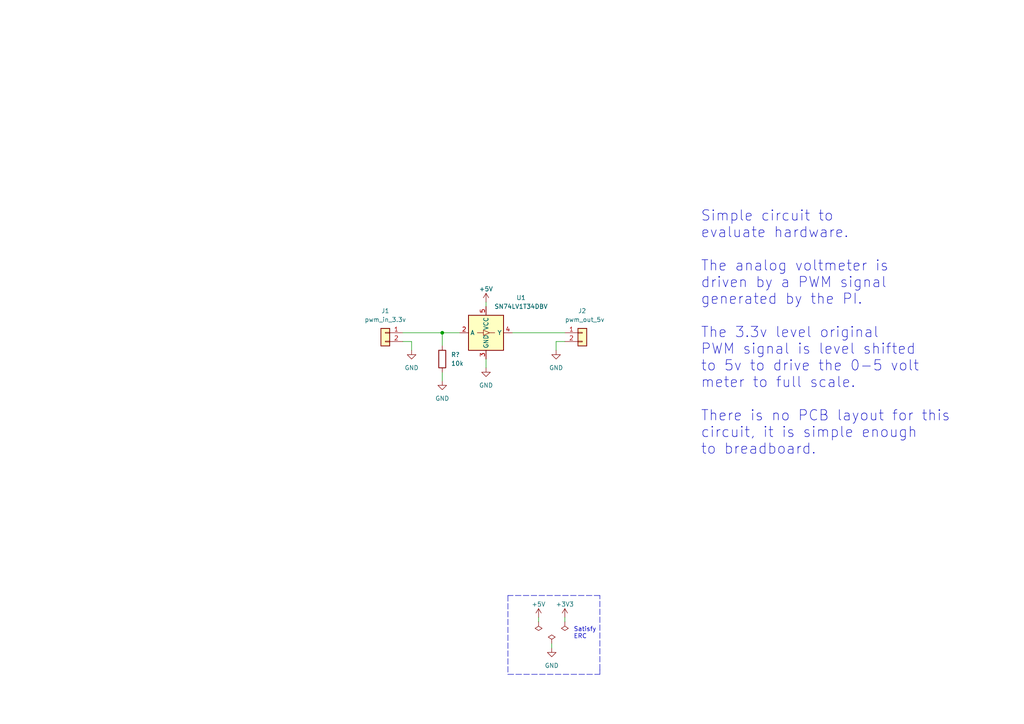
<source format=kicad_sch>
(kicad_sch (version 20211123) (generator eeschema)
  (paper "A4")
  (title_block (title "Analog Voltmeter Driver") (date "2022-04-05") (rev "0") (comment 2 "Analog voltmeter driver") (comment 3 "Circuit for prototyping hardware") (comment 4 "Drawn by: Jordan Aceto"))
  (lib_symbols
    (symbol "Connector_Generic:Conn_01x02" (pin_names (offset 1.016) hide)
      (property "Reference" "J" (at 0 2.54 0))
      (property "Value" "Conn_01x02" (at 0 -5.08 0))
      (symbol "Conn_01x02_1_1"
        (rectangle (start -1.27 -2.413) (end 0 -2.667) (stroke (width 0.1524)))
        (rectangle (start -1.27 0.127) (end 0 -0.127) (stroke (width 0.1524)))
        (rectangle (start -1.27 1.27) (end 1.27 -3.81) (stroke (width 0.254)) (fill (type background)))
        (pin passive line (at -5.08 0 0) (length 3.81) (name "Pin_1") (number "1"))
        (pin passive line (at -5.08 -2.54 0) (length 3.81) (name "Pin_2") (number "2"))
      )
    )
    (symbol "Device:R" (pin_numbers hide) (pin_names (offset 0))
      (property "Reference" "R" (at 2.032 0 90))
      (property "Value" "R" (at 0 0 90))
      (symbol "R_0_1"
        (rectangle (start -1.016 -2.54) (end 1.016 2.54) (stroke (width 0.254)))
      )
      (symbol "R_1_1"
        (pin passive line (at 0 3.81 270) (length 1.27) (name "~") (number "1"))
        (pin passive line (at 0 -3.81 90) (length 1.27) (name "~") (number "2"))
      )
    )
    (symbol "Logic_LevelTranslator:SN74LV1T34DBV"
      (property "Reference" "U" (at 5.08 6.35 0))
      (property "Value" "SN74LV1T34DBV" (at 5.08 3.81 0))
      (symbol "SN74LV1T34DBV_0_1"
        (rectangle (start -5.08 5.08) (end 5.08 -5.08) (stroke (width 0.254)) (fill (type background)))
        (polyline (pts (xy -0.762 0) (xy -2.54 0)))
        (polyline (pts (xy 1.016 0) (xy 2.54 0)))
      )
      (symbol "SN74LV1T34DBV_1_1"
        (polyline (pts (xy -0.762 -0.762) (xy -0.762 0.762) (xy 1.016 0) (xy -0.762 -0.762)))
        (pin no_connect line (at -5.08 2.54 0) (length 2.54) hide (name "NC") (number "1"))
        (pin input line (at -7.62 0 0) (length 2.54) (name "A") (number "2"))
        (pin power_in line (at 0 -7.62 90) (length 2.54) (name "GND") (number "3"))
        (pin output line (at 7.62 0 180) (length 2.54) (name "Y") (number "4"))
        (pin power_in line (at 0 7.62 270) (length 2.54) (name "VCC") (number "5"))
      )
    )
    (symbol "power:+3.3V" (power) (pin_names (offset 0))
      (property "Value" "+3.3V" (at 0 3.556 0))
      (symbol "+3.3V_0_1"
        (polyline (pts (xy -0.762 1.27) (xy 0 2.54)))
        (polyline (pts (xy 0 0) (xy 0 2.54)))
        (polyline (pts (xy 0 2.54) (xy 0.762 1.27)))
      )
      (symbol "+3.3V_1_1"
        (pin power_in line (at 0 0 90) (length 0) hide (name "+3V3") (number "1"))
      )
    )
    (symbol "power:+5V" (power) (pin_names (offset 0))
      (property "Value" "+5V" (at 0 3.556 0))
      (symbol "+5V_0_1"
        (polyline (pts (xy -0.762 1.27) (xy 0 2.54)))
        (polyline (pts (xy 0 0) (xy 0 2.54)))
        (polyline (pts (xy 0 2.54) (xy 0.762 1.27)))
      )
      (symbol "+5V_1_1"
        (pin power_in line (at 0 0 90) (length 0) hide (name "+5V") (number "1"))
      )
    )
    (symbol "power:GND" (power) (pin_names (offset 0))
      (property "Value" "GND" (at 0 -3.81 0))
      (symbol "GND_0_1"
        (polyline (pts (xy 0 0) (xy 0 -1.27) (xy 1.27 -1.27) (xy 0 -2.54) (xy -1.27 -1.27) (xy 0 -1.27)))
      )
      (symbol "GND_1_1"
        (pin power_in line (at 0 0 270) (length 0) hide (name "GND") (number "1"))
      )
    )
    (symbol "power:PWR_FLAG" (power) (pin_numbers hide) (pin_names (offset 0) hide)
      (property "Value" "PWR_FLAG" (at 0 3.81 0))
      (symbol "PWR_FLAG_0_0"
        (pin power_out line (at 0 0 90) (length 0) (name "pwr") (number "1"))
      )
      (symbol "PWR_FLAG_0_1"
        (polyline (pts (xy 0 0) (xy 0 1.27) (xy -1.016 1.905) (xy 0 2.54) (xy 1.016 1.905) (xy 0 1.27)))
      )
    )
  )
  (bus_alias "SPI" (members "MOSI" "MISO" "SCLK" "CS0" "CS1" "CS2"))
  (junction (at 128.27 96.52))
  (wire (pts (xy 160.02 187.96) (xy 160.02 186.69)))
  (polyline (pts (xy 173.99 194.31) (xy 173.99 172.72)))
  (wire (pts (xy 128.27 96.52) (xy 128.27 100.33)))
  (wire (pts (xy 161.29 99.06) (xy 163.83 99.06)))
  (wire (pts (xy 140.97 87.63) (xy 140.97 88.9)))
  (polyline (pts (xy 147.32 195.58) (xy 173.99 195.58)))
  (wire (pts (xy 128.27 96.52) (xy 133.35 96.52)))
  (wire (pts (xy 119.38 101.6) (xy 119.38 99.06)))
  (wire (pts (xy 140.97 106.68) (xy 140.97 104.14)))
  (wire (pts (xy 161.29 101.6) (xy 161.29 99.06)))
  (polyline (pts (xy 147.32 172.72) (xy 147.32 195.58)))
  (polyline (pts (xy 173.99 172.72) (xy 147.32 172.72)))
  (wire (pts (xy 163.83 179.07) (xy 163.83 180.34)))
  (wire (pts (xy 156.21 179.07) (xy 156.21 180.34)))
  (wire (pts (xy 116.84 96.52) (xy 128.27 96.52)))
  (wire (pts (xy 148.59 96.52) (xy 163.83 96.52)))
  (wire (pts (xy 128.27 110.49) (xy 128.27 107.95)))
  (wire (pts (xy 119.38 99.06) (xy 116.84 99.06)))
  (polyline (pts (xy 173.99 194.31) (xy 173.99 195.58)))
  (text "Simple circuit to \nevaluate hardware.\n\nThe analog voltmeter is \ndriven by a PWM signal\ngenerated by the PI.\n\nThe 3.3v level original\nPWM signal is level shifted\nto 5v to drive the 0-5 volt\nmeter to full scale.\n\nThere is no PCB layout for this\ncircuit, it is simple enough\nto breadboard." (at 203.2 132.08 0) (effects (font (size 3 3)) (justify left bottom)))
  (text "Satisfy\nERC" (at 166.37 185.42 0) (effects (font (size 1.27 1.27)) (justify left bottom)))
  (symbol (lib_id "Connector_Generic:Conn_01x02") (at 168.91 96.52 0) (unit 1)
    (property "Reference" "J2" (at 167.64 90.17 0) (effects (justify left)))
    (property "Value" "pwm_out_5v" (at 163.83 92.71 0) (effects (justify left)))
  )
  (symbol (lib_id "power:+3.3V") (at 163.83 179.07 0) (unit 1)
    (property "Reference" "#PWR019" (effects hide))
    (property "Value" "+3.3V" (at 163.83 175.26 0))
  )
  (symbol (lib_id "power:PWR_FLAG") (at 160.02 186.69 0) (unit 1)
    (property "Reference" "#FLG02" (effects hide))
    (property "Value" "PWR_FLAG" (effects hide))
  )
  (symbol (lib_id "Connector_Generic:Conn_01x02") (at 111.76 96.52 0) (mirror y) (unit 1)
    (property "Reference" "J1" (at 111.76 90.17 0))
    (property "Value" "pwm_in_3.3v" (at 111.76 92.71 0))
  )
  (symbol (lib_id "power:+5V") (at 140.97 87.63 0) (unit 1)
    (property "Reference" "#PWR?" (effects hide))
    (property "Value" "+5V" (at 140.97 83.82 0))
  )
  (symbol (lib_id "Logic_LevelTranslator:SN74LV1T34DBV") (at 140.97 96.52 0) (unit 1)
    (property "Reference" "U1" (at 151.13 86.36 0))
    (property "Value" "SN74LV1T34DBV" (at 151.13 88.9 0))
    (property "Footprint" "Package_TO_SOT_SMD:SOT-23-5" (effects hide))
    (property "Datasheet" "https://www.ti.com/lit/ds/symlink/sn74lv1t34.pdf" (effects hide))
  )
  (symbol (lib_id "power:+5V") (at 156.21 179.07 0) (unit 1)
    (property "Reference" "#PWR0105" (effects hide))
    (property "Value" "+5V" (at 156.21 175.26 0))
  )
  (symbol (lib_id "power:GND") (at 160.02 187.96 0) (unit 1)
    (property "Reference" "#PWR020" (effects hide))
    (property "Value" "GND" (at 160.02 193.04 0))
  )
  (symbol (lib_id "power:GND") (at 161.29 101.6 0) (mirror y) (unit 1)
    (property "Reference" "#PWR0104" (effects hide))
    (property "Value" "GND" (at 161.29 106.68 0))
  )
  (symbol (lib_id "Device:R") (at 128.27 104.14 0) (unit 1)
    (property "Reference" "R?" (at 130.81 102.8699 0) (effects (justify left)))
    (property "Value" "10k" (at 130.81 105.4099 0) (effects (justify left)))
  )
  (symbol (lib_id "power:PWR_FLAG") (at 163.83 180.34 180) (unit 1)
    (property "Reference" "#FLG01" (effects hide))
    (property "Value" "PWR_FLAG" (effects hide))
  )
  (symbol (lib_id "power:GND") (at 119.38 101.6 0) (unit 1)
    (property "Reference" "#PWR0103" (effects hide))
    (property "Value" "GND" (at 119.38 106.68 0))
  )
  (symbol (lib_id "power:GND") (at 128.27 110.49 0) (mirror y) (unit 1)
    (property "Reference" "#PWR?" (effects hide))
    (property "Value" "GND" (at 128.27 115.57 0))
  )
  (symbol (lib_id "power:PWR_FLAG") (at 156.21 180.34 180) (unit 1)
    (property "Reference" "#FLG0101" (effects hide))
    (property "Value" "PWR_FLAG" (effects hide))
  )
  (symbol (lib_id "power:GND") (at 140.97 106.68 0) (mirror y) (unit 1)
    (property "Reference" "#PWR?" (effects hide))
    (property "Value" "GND" (at 140.97 111.76 0))
  )
)
</source>
